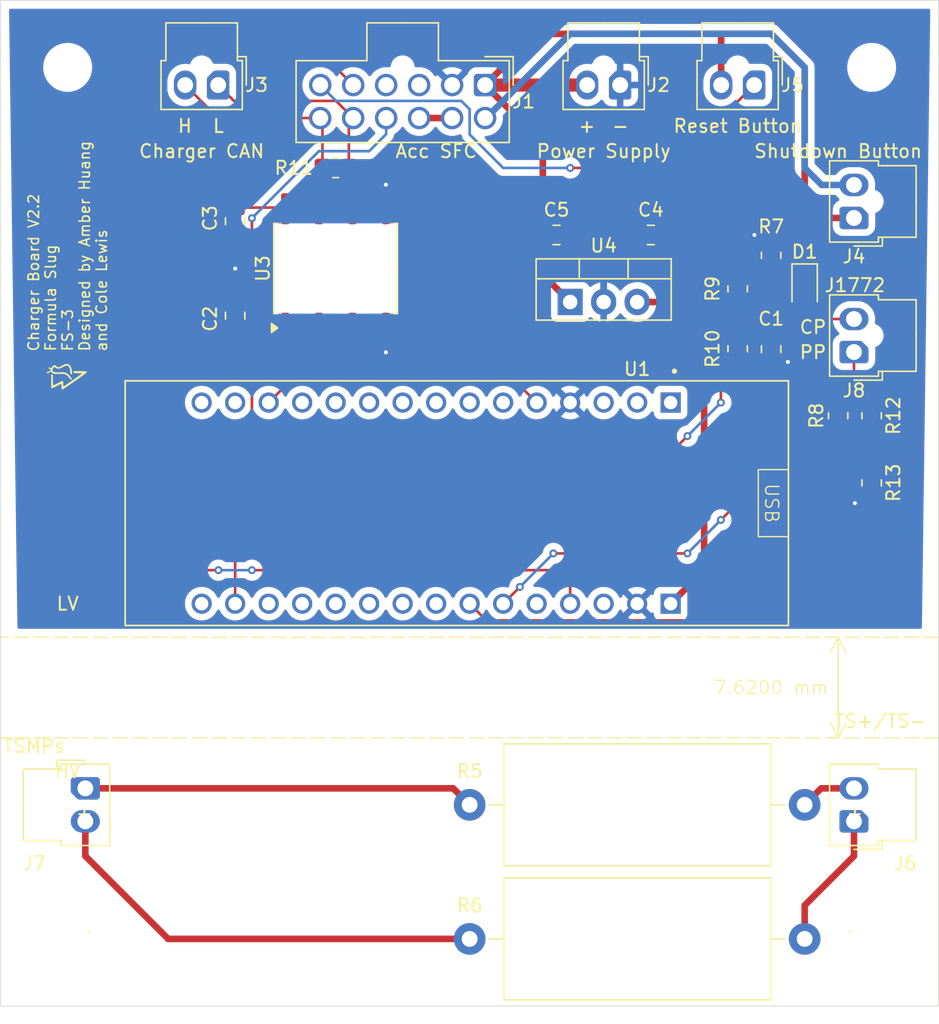
<source format=kicad_pcb>
(kicad_pcb (version 20240108) (generator "pcbnew") (generator_version "8.0")
  (title_block (title "Charger Board") (date "2025-05-02") (rev "2.2") (company "Formula Slug"))
  (layers (0 "F.Cu" signal) (31 "B.Cu" signal) (34 "B.Paste" user) (35 "F.Paste" user) (36 "B.SilkS" user "B.Silkscreen") (37 "F.SilkS" user "F.Silkscreen") (38 "B.Mask" user) (39 "F.Mask" user) (44 "Edge.Cuts" user))
  (net 0 "")
  (net 1 "/Shutdown_Reset")
  (net 2 "GND")
  (net 3 "+12V")
  (net 4 "/IRs_Final")
  (net 5 "/CAN_L")
  (net 6 "/Shutdown_Acc_In")
  (net 7 "/CAN_H")
  (net 8 "Net-(J6-Pin_1)")
  (net 9 "Net-(J6-Pin_2)")
  (net 10 "Net-(J7-Pin_1)")
  (net 11 "Net-(J7-Pin_2)")
  (net 12 "/Control_Pilot_Filtered")
  (net 13 "+3V3")
  (net 14 "+5V")
  (net 15 "+9V")
  (net 16 "/Control_Pilot_Cutoff")
  (net 17 "/Control Pilot")
  (net 18 "/Proximity Pilot")
  (net 19 "/Proximity_Pilot_Filtered")
  (net 29 "/CAN_TX")
  (net 35 "/CAN_RX")
  (footprint "FS_3_Global_Footprint_Library:FORMULA SLUG" (layer "F.Cu") (at 106.68 81.24242 90)
    (property "Reference" "G***" (hide yes))
    (property "Value" "LOGO" (hide yes))
  )
  (footprint "Connector_Molex:Molex_Nano-Fit_105309-xx02_1x02_P2.50mm_Vertical" (layer "F.Cu") (at 166.3 118.09 180)
    (property "Reference" "J6" (at -3.88 -3.195 0) (layer "F.SilkS"))
    (property "Value" "TS+/TS-" (at -1.975 7.6 0) (layer "F.SilkS"))
    (pad "" np_thru_hole circle (at -1.34 1.25 180) (size 1.3 1.3) (drill 1.3) (layers "*.Cu" "*.Mask"))
    (pad "1" thru_hole custom (at 0 0 180) (size 1.417157 1.417157) (drill 1.2) (layers "*.Cu" "*.Mask") (net 8 "Net-(J6-Pin_1)") (options (clearance outline) (anchor circle)) (primitives (gr_poly (pts (xy 0.85 0.6) (xy -0.45 0.6) (xy -0.85 0.2) (xy -0.85 -0.6) (xy 0.85 -0.6)) (width 0.5) (fill yes))))
    (pad "2" thru_hole oval (at 0 2.5 180) (size 2.2 1.7) (drill 1.2) (layers "*.Cu" "*.Mask") (net 9 "Net-(J6-Pin_2)"))
  )
  (footprint "Connector_Molex:Molex_Nano-Fit_105310-xx12_2x06_P2.50mm_Vertical" (layer "F.Cu") (at 138.33 62.3 -90)
    (property "Reference" "J1" (at 1.25 -2.92 180) (layer "F.SilkS"))
    (property "Value" "Acc SFC" (at 5.01 3.71 180) (layer "F.SilkS"))
    (pad "" np_thru_hole circle (at -1.34 6.25 270) (size 1.3 1.3) (drill 1.3) (layers "*.Cu" "*.Mask"))
    (pad "1" thru_hole roundrect (at 0 0 270) (size 1.7 1.7) (drill 1.2) (layers "*.Cu" "*.Mask") (roundrect_rratio 0.147059) (net 3 "+12V"))
    (pad "2" thru_hole circle (at 0 2.5 270) (size 1.7 1.7) (drill 1.2) (layers "*.Cu" "*.Mask") (net 2 "GND"))
    (pad "3" thru_hole circle (at 0 5 270) (size 1.7 1.7) (drill 1.2) (layers "*.Cu" "*.Mask"))
    (pad "4" thru_hole circle (at 0 7.5 270) (size 1.7 1.7) (drill 1.2) (layers "*.Cu" "*.Mask"))
    (pad "5" thru_hole circle (at 0 10 270) (size 1.7 1.7) (drill 1.2) (layers "*.Cu" "*.Mask") (net 14 "+5V"))
    (pad "6" thru_hole circle (at 0 12.5 270) (size 1.7 1.7) (drill 1.2) (layers "*.Cu" "*.Mask") (net 1 "/Shutdown_Reset"))
    (pad "7" thru_hole circle (at 2.5 0 270) (size 1.7 1.7) (drill 1.2) (layers "*.Cu" "*.Mask") (net 6 "/Shutdown_Acc_In"))
    (pad "8" thru_hole circle (at 2.5 2.5 270) (size 1.7 1.7) (drill 1.2) (layers "*.Cu" "*.Mask") (net 4 "/IRs_Final"))
    (pad "9" thru_hole circle (at 2.5 5 270) (size 1.7 1.7) (drill 1.2) (layers "*.Cu" "*.Mask") (net 4 "/IRs_Final"))
    (pad "10" thru_hole circle (at 2.5 7.5 270) (size 1.7 1.7) (drill 1.2) (layers "*.Cu" "*.Mask") (net 13 "+3V3"))
    (pad "11" thru_hole circle (at 2.5 10 270) (size 1.7 1.7) (drill 1.2) (layers "*.Cu" "*.Mask") (net 5 "/CAN_L"))
    (pad "12" thru_hole circle (at 2.5 12.5 270) (size 1.7 1.7) (drill 1.2) (layers "*.Cu" "*.Mask") (net 7 "/CAN_H"))
  )
  (footprint "Capacitor_SMD:C_0805_2012Metric_Pad1.18x1.45mm_HandSolder" (layer "F.Cu") (at 160.02 82.3175 -90)
    (property "Reference" "C1" (at -2.3075 0 180) (layer "F.SilkS"))
    (property "Value" "100nF")
    (pad "1" smd roundrect (at -1.0375 0 270) (size 1.175 1.45) (layers "F.Cu" "F.Paste" "F.Mask") (roundrect_rratio 0.212766) (net 12 "/Control_Pilot_Filtered"))
    (pad "2" smd roundrect (at 1.0375 0 270) (size 1.175 1.45) (layers "F.Cu" "F.Paste" "F.Mask") (roundrect_rratio 0.212766) (net 2 "GND"))
  )
  (footprint "Capacitor_SMD:C_0805_2012Metric_Pad1.18x1.45mm_HandSolder" (layer "F.Cu") (at 150.8975 73.66 180)
    (property "Reference" "C4" (at 0 1.905 0) (layer "F.SilkS"))
    (property "Value" "100nF")
    (pad "1" smd roundrect (at -1.0375 0 180) (size 1.175 1.45) (layers "F.Cu" "F.Paste" "F.Mask") (roundrect_rratio 0.212766) (net 15 "+9V"))
    (pad "2" smd roundrect (at 1.0375 0 180) (size 1.175 1.45) (layers "F.Cu" "F.Paste" "F.Mask") (roundrect_rratio 0.212766) (net 2 "GND"))
  )
  (footprint "Resistor_THT:R_Axial_DIN0922_L20.0mm_D9.0mm_P25.40mm_Horizontal" (layer "F.Cu") (at 137.16 116.84)
    (property "Reference" "R5" (at 0 -2.54 0) (layer "F.SilkS"))
    (property "Value" "5k")
    (pad "1" thru_hole circle (at 0 0) (size 2.4 2.4) (drill 1.2) (layers "*.Cu" "*.Mask") (net 10 "Net-(J7-Pin_1)"))
    (pad "2" thru_hole oval (at 25.4 0) (size 2.4 2.4) (drill 1.2) (layers "*.Cu" "*.Mask") (net 9 "Net-(J6-Pin_2)"))
  )
  (footprint "Package_SO:SOP-8_6.62x9.15mm_P2.54mm" (layer "F.Cu") (at 127 76.2 90)
    (property "Reference" "U3" (at 0 -5.52 90) (layer "F.SilkS"))
    (property "Value" "ISO1050DUB")
    (pad "1" smd roundrect (at -4.525 -3.81 90) (size 2.35 0.65) (layers "F.Cu" "F.Paste" "F.Mask") (net 13 "+3V3"))
    (pad "2" smd roundrect (at -4.525 -1.27 90) (size 2.35 0.65) (layers "F.Cu" "F.Paste" "F.Mask") (net 35 "/CAN_RX"))
    (pad "3" smd roundrect (at -4.525 1.27 90) (size 2.35 0.65) (layers "F.Cu" "F.Paste" "F.Mask") (net 29 "/CAN_TX"))
    (pad "4" smd roundrect (at -4.525 3.81 90) (size 2.35 0.65) (layers "F.Cu" "F.Paste" "F.Mask") (net 2 "GND"))
    (pad "5" smd roundrect (at 4.525 3.81 90) (size 2.35 0.65) (layers "F.Cu" "F.Paste" "F.Mask") (net 2 "GND"))
    (pad "6" smd roundrect (at 4.525 1.27 90) (size 2.35 0.65) (layers "F.Cu" "F.Paste" "F.Mask") (net 5 "/CAN_L"))
    (pad "7" smd roundrect (at 4.525 -1.27 90) (size 2.35 0.65) (layers "F.Cu" "F.Paste" "F.Mask") (net 7 "/CAN_H"))
    (pad "8" smd roundrect (at 4.525 -3.81 90) (size 2.35 0.65) (layers "F.Cu" "F.Paste" "F.Mask") (net 14 "+5V"))
  )
  (footprint "Diode_SMD:D_0805_2012Metric_Pad1.15x1.40mm_HandSolder" (layer "F.Cu") (at 162.56 77.715 -90)
    (property "Reference" "D1" (at -2.785 0 180) (layer "F.SilkS"))
    (property "Value" "D")
    (pad "1" smd roundrect (at -1.025 0 270) (size 1.15 1.4) (layers "F.Cu" "F.Paste" "F.Mask") (roundrect_rratio 0.217391) (net 16 "/Control_Pilot_Cutoff"))
    (pad "2" smd roundrect (at 1.025 0 270) (size 1.15 1.4) (layers "F.Cu" "F.Paste" "F.Mask") (roundrect_rratio 0.217391) (net 17 "/Control Pilot"))
  )
  (footprint "MountingHole:MountingHole_3.2mm_M3" (layer "F.Cu") (at 106.68 127)
    (property "Reference" "REF**" (hide yes))
    (property "Value" "MountingHole_3.2mm_M3" (hide yes))
    (pad "" np_thru_hole circle (at 0 0) (size 3.2 3.2) (drill 3.2) (layers "F&B.Cu" "*.Mask"))
  )
  (footprint "Package_TO_SOT_THT:TO-220-3_Vertical" (layer "F.Cu") (at 144.78 78.74)
    (property "Reference" "U4" (at 2.54 -4.27 0) (layer "F.SilkS"))
    (property "Value" "LM7809_TO220")
    (pad "1" thru_hole rect (at 0 0) (size 1.905 2) (drill 1.1) (layers "*.Cu" "*.Mask") (net 3 "+12V"))
    (pad "2" thru_hole oval (at 2.54 0) (size 1.905 2) (drill 1.1) (layers "*.Cu" "*.Mask") (net 2 "GND"))
    (pad "3" thru_hole oval (at 5.08 0) (size 1.905 2) (drill 1.1) (layers "*.Cu" "*.Mask") (net 15 "+9V"))
  )
  (footprint "Connector_Molex:Molex_Nano-Fit_105309-xx02_1x02_P2.50mm_Vertical" (layer "F.Cu") (at 166.3 72.37 180)
    (property "Reference" "J4" (at 0 -2.92 0) (layer "F.SilkS"))
    (property "Value" "Shutdown Button" (at 1.2 5.06 0) (layer "F.SilkS"))
    (pad "" np_thru_hole circle (at -1.34 1.25 180) (size 1.3 1.3) (drill 1.3) (layers "*.Cu" "*.Mask"))
    (pad "1" thru_hole custom (at 0 0 180) (size 1.417157 1.417157) (drill 1.2) (layers "*.Cu" "*.Mask") (net 3 "+12V") (options (clearance outline) (anchor circle)) (primitives (gr_poly (pts (xy 0.85 0.6) (xy -0.45 0.6) (xy -0.85 0.2) (xy -0.85 -0.6) (xy 0.85 -0.6)) (width 0.5) (fill yes))))
    (pad "2" thru_hole oval (at 0 2.5 180) (size 2.2 1.7) (drill 1.2) (layers "*.Cu" "*.Mask") (net 6 "/Shutdown_Acc_In"))
  )
  (footprint "Resistor_SMD:R_0805_2012Metric_Pad1.20x1.40mm_HandSolder" (layer "F.Cu") (at 160.02 75.2 90)
    (property "Reference" "R7" (at 2.175 0 180) (layer "F.SilkS"))
    (property "Value" "866")
    (pad "1" smd roundrect (at -1 0 90) (size 1.2 1.4) (layers "F.Cu" "F.Paste" "F.Mask") (roundrect_rratio 0.208333) (net 16 "/Control_Pilot_Cutoff"))
    (pad "2" smd roundrect (at 1 0 90) (size 1.2 1.4) (layers "F.Cu" "F.Paste" "F.Mask") (roundrect_rratio 0.208333) (net 2 "GND"))
  )
  (footprint "Resistor_THT:R_Axial_DIN0922_L20.0mm_D9.0mm_P25.40mm_Horizontal" (layer "F.Cu") (at 137.16 127)
    (property "Reference" "R6" (at 0 -2.54 0) (layer "F.SilkS"))
    (property "Value" "5k")
    (pad "1" thru_hole circle (at 0 0) (size 2.4 2.4) (drill 1.2) (layers "*.Cu" "*.Mask") (net 11 "Net-(J7-Pin_2)"))
    (pad "2" thru_hole oval (at 25.4 0) (size 2.4 2.4) (drill 1.2) (layers "*.Cu" "*.Mask") (net 8 "Net-(J6-Pin_1)"))
  )
  (footprint "Capacitor_SMD:C_0805_2012Metric_Pad1.18x1.45mm_HandSolder" (layer "F.Cu") (at 143.7425 73.66)
    (property "Reference" "C5" (at 0 -1.905 0) (layer "F.SilkS"))
    (property "Value" "100nF")
    (pad "1" smd roundrect (at -1.0375 0) (size 1.175 1.45) (layers "F.Cu" "F.Paste" "F.Mask") (roundrect_rratio 0.212766) (net 3 "+12V"))
    (pad "2" smd roundrect (at 1.0375 0) (size 1.175 1.45) (layers "F.Cu" "F.Paste" "F.Mask") (roundrect_rratio 0.212766) (net 2 "GND"))
  )
  (footprint "Resistor_SMD:R_0805_2012Metric_Pad1.20x1.40mm_HandSolder" (layer "F.Cu") (at 157.48 77.74 -90)
    (property "Reference" "R9" (at 0 1.905 90) (layer "F.SilkS"))
    (property "Value" "330k")
    (pad "1" smd roundrect (at -1 0 270) (size 1.2 1.4) (layers "F.Cu" "F.Paste" "F.Mask") (roundrect_rratio 0.208333) (net 16 "/Control_Pilot_Cutoff"))
    (pad "2" smd roundrect (at 1 0 270) (size 1.2 1.4) (layers "F.Cu" "F.Paste" "F.Mask") (roundrect_rratio 0.208333) (net 12 "/Control_Pilot_Filtered"))
  )
  (footprint "Capacitor_SMD:C_0805_2012Metric_Pad1.18x1.45mm_HandSolder" (layer "F.Cu") (at 119.38 72.6225 90)
    (property "Reference" "C3" (at 0.2325 -1.905 90) (layer "F.SilkS"))
    (property "Value" "100nF")
    (pad "1" smd roundrect (at -1.0375 0 90) (size 1.175 1.45) (layers "F.Cu" "F.Paste" "F.Mask") (roundrect_rratio 0.212766) (net 2 "GND"))
    (pad "2" smd roundrect (at 1.0375 0 90) (size 1.175 1.45) (layers "F.Cu" "F.Paste" "F.Mask") (roundrect_rratio 0.212766) (net 14 "+5V"))
  )
  (footprint "Resistor_SMD:R_0805_2012Metric_Pad1.20x1.40mm_HandSolder" (layer "F.Cu") (at 127 68.58)
    (property "Reference" "R11" (at -3.175 0 0) (layer "F.SilkS"))
    (property "Value" "120")
    (pad "1" smd roundrect (at -1 0) (size 1.2 1.4) (layers "F.Cu" "F.Paste" "F.Mask") (roundrect_rratio 0.208333) (net 7 "/CAN_H"))
    (pad "2" smd roundrect (at 1 0) (size 1.2 1.4) (layers "F.Cu" "F.Paste" "F.Mask") (roundrect_rratio 0.208333) (net 5 "/CAN_L"))
  )
  (footprint "MountingHole:MountingHole_3.2mm_M3" (layer "F.Cu") (at 167.64 60.96)
    (property "Reference" "REF**" (hide yes))
    (property "Value" "MountingHole_3.2mm_M3" (hide yes))
    (pad "" np_thru_hole circle (at 0 0) (size 3.2 3.2) (drill 3.2) (layers "*.Cu" "*.Mask"))
  )
  (footprint "Resistor_SMD:R_0805_2012Metric_Pad1.20x1.40mm_HandSolder" (layer "F.Cu") (at 167.64 87.36 -90)
    (property "Reference" "R12" (at 0 -1.65 90) (layer "F.SilkS"))
    (property "Value" "200k")
    (pad "1" smd roundrect (at -1 0 270) (size 1.2 1.4) (layers "F.Cu" "F.Paste" "F.Mask") (roundrect_rratio 0.208333) (net 18 "/Proximity Pilot"))
    (pad "2" smd roundrect (at 1 0 270) (size 1.2 1.4) (layers "F.Cu" "F.Paste" "F.Mask") (roundrect_rratio 0.208333) (net 19 "/Proximity_Pilot_Filtered"))
  )
  (footprint "MountingHole:MountingHole_3.2mm_M3" (layer "F.Cu") (at 167.64 127)
    (property "Reference" "REF**" (hide yes))
    (property "Value" "MountingHole_3.2mm_M3" (hide yes))
    (pad "" np_thru_hole circle (at 0 0) (size 3.2 3.2) (drill 3.2) (layers "F&B.Cu" "*.Mask"))
  )
  (footprint "Resistor_SMD:R_0805_2012Metric_Pad1.20x1.40mm_HandSolder" (layer "F.Cu") (at 157.48 82.28 -90)
    (property "Reference" "R10" (at 0 1.905 90) (layer "F.SilkS"))
    (property "Value" "499k")
    (pad "1" smd roundrect (at -1 0 270) (size 1.2 1.4) (layers "F.Cu" "F.Paste" "F.Mask") (roundrect_rratio 0.208333) (net 12 "/Control_Pilot_Filtered"))
    (pad "2" smd roundrect (at 1 0 270) (size 1.2 1.4) (layers "F.Cu" "F.Paste" "F.Mask") (roundrect_rratio 0.208333) (net 2 "GND"))
  )
  (footprint "FS_3_Global_Footprint_Library:NUCLEO-L432KC" (layer "F.Cu") (at 136.185 93.98 -90)
    (property "Reference" "U1" (at -10.16 -13.675 180) (layer "F.SilkS"))
    (property "Value" "NUCLEO-L432KC" (hide yes))
    (fp_text user "USB" (at 0 -23.876 -90) (layer "F.SilkS") (effects (font (thickness 0.1))))
    (pad "CN3_1" thru_hole rect (at -7.62 -16.215 270) (size 1.53 1.53) (drill 1.02) (layers "*.Cu" "*.Mask"))
    (pad "CN3_2" thru_hole circle (at -7.62 -13.675 270) (size 1.53 1.53) (drill 1.02) (layers "*.Cu" "*.Mask"))
    (pad "CN3_3" thru_hole circle (at -7.62 -11.135 270) (size 1.53 1.53) (drill 1.02) (layers "*.Cu" "*.Mask"))
    (pad "CN3_4" thru_hole circle (at -7.62 -8.595 270) (size 1.53 1.53) (drill 1.02) (layers "*.Cu" "*.Mask") (net 2 "GND"))
    (pad "CN3_5" thru_hole circle (at -7.62 -6.055 270) (size 1.53 1.53) (drill 1.02) (layers "*.Cu" "*.Mask") (net 29 "/CAN_TX"))
    (pad "CN3_6" thru_hole circle (at -7.62 -3.515 270) (size 1.53 1.53) (drill 1.02) (layers "*.Cu" "*.Mask"))
    (pad "CN3_7" thru_hole circle (at -7.62 -0.975 270) (size 1.53 1.53) (drill 1.02) (layers "*.Cu" "*.Mask"))
    (pad "CN3_8" thru_hole circle (at -7.62 1.565 270) (size 1.53 1.53) (drill 1.02) (layers "*.Cu" "*.Mask"))
    (pad "CN3_9" thru_hole circle (at -7.62 4.105 270) (size 1.53 1.53) (drill 1.02) (layers "*.Cu" "*.Mask"))
    (pad "CN3_10" thru_hole circle (at -7.62 6.645 270) (size 1.53 1.53) (drill 1.02) (layers "*.Cu" "*.Mask"))
    (pad "CN3_11" thru_hole circle (at -7.62 9.185 270) (size 1.53 1.53) (drill 1.02) (layers "*.Cu" "*.Mask"))
    (pad "CN3_12" thru_hole circle (at -7.62 11.725 270) (size 1.53 1.53) (drill 1.02) (layers "*.Cu" "*.Mask"))
    (pad "CN3_13" thru_hole circle (at -7.62 14.265 270) (size 1.53 1.53) (drill 1.02) (layers "*.Cu" "*.Mask") (net 35 "/CAN_RX"))
    (pad "CN3_14" thru_hole circle (at -7.62 16.805 270) (size 1.53 1.53) (drill 1.02) (layers "*.Cu" "*.Mask"))
    (pad "CN3_15" thru_hole circle (at -7.62 19.345 270) (size 1.53 1.53) (drill 1.02) (layers "*.Cu" "*.Mask"))
    (pad "CN4_1" thru_hole rect (at 7.62 -16.215 270) (size 1.53 1.53) (drill 1.02) (layers "*.Cu" "*.Mask") (net 15 "+9V"))
    (pad "CN4_2" thru_hole circle (at 7.62 -13.675 270) (size 1.53 1.53) (drill 1.02) (layers "*.Cu" "*.Mask") (net 2 "GND"))
    (pad "CN4_3" thru_hole circle (at 7.62 -11.135 270) (size 1.53 1.53) (drill 1.02) (layers "*.Cu" "*.Mask"))
    (pad "CN4_4" thru_hole circle (at 7.62 -8.595 270) (size 1.53 1.53) (drill 1.02) (layers "*.Cu" "*.Mask") (net 14 "+5V"))
    (pad "CN4_5" thru_hole circle (at 7.62 -6.055 270) (size 1.53 1.53) (drill 1.02) (layers "*.Cu" "*.Mask"))
    (pad "CN4_6" thru_hole circle (at 7.62 -3.515 270) (size 1.53 1.53) (drill 1.02) (layers "*.Cu" "*.Mask") (net 12 "/Control_Pilot_Filtered"))
    (pad "CN4_7" thru_hole circle (at 7.62 -0.975 270) (size 1.53 1.53) (drill 1.02) (layers "*.Cu" "*.Mask") (net 19 "/Proximity_Pilot_Filtered"))
    (pad "CN4_8" thru_hole circle (at 7.62 1.565 270) (size 1.53 1.53) (drill 1.02) (layers "*.Cu" "*.Mask"))
    (pad "CN4_9" thru_hole circle (at 7.62 4.105 270) (size 1.53 1.53) (drill 1.02) (layers "*.Cu" "*.Mask"))
    (pad "CN4_10" thru_hole circle (at 7.62 6.645 270) (size 1.53 1.53) (drill 1.02) (layers "*.Cu" "*.Mask"))
    (pad "CN4_11" thru_hole circle (at 7.62 9.185 270) (size 1.53 1.53) (drill 1.02) (layers "*.Cu" "*.Mask"))
    (pad "CN4_12" thru_hole circle (at 7.62 11.725 270) (size 1.53 1.53) (drill 1.02) (layers "*.Cu" "*.Mask"))
    (pad "CN4_13" thru_hole circle (at 7.62 14.265 270) (size 1.53 1.53) (drill 1.02) (layers "*.Cu" "*.Mask"))
    (pad "CN4_14" thru_hole circle (at 7.62 16.805 270) (size 1.53 1.53) (drill 1.02) (layers "*.Cu" "*.Mask") (net 13 "+3V3"))
    (pad "CN4_15" thru_hole circle (at 7.62 19.345 270) (size 1.53 1.53) (drill 1.02) (layers "*.Cu" "*.Mask"))
  )
  (footprint "Resistor_SMD:R_0805_2012Metric_Pad1.20x1.40mm_HandSolder" (layer "F.Cu") (at 167.64 92.44 -90)
    (property "Reference" "R13" (at 0 -1.65 90) (layer "F.SilkS"))
    (property "Value" "330k")
    (pad "1" smd roundrect (at -1 0 270) (size 1.2 1.4) (layers "F.Cu" "F.Paste" "F.Mask") (roundrect_rratio 0.208333) (net 19 "/Proximity_Pilot_Filtered"))
    (pad "2" smd roundrect (at 1 0 270) (size 1.2 1.4) (layers "F.Cu" "F.Paste" "F.Mask") (roundrect_rratio 0.208333) (net 2 "GND"))
  )
  (footprint "Connector_Molex:Molex_Nano-Fit_105309-xx02_1x02_P2.50mm_Vertical" (layer "F.Cu") (at 158.73 62.3 -90)
    (property "Reference" "J5" (at 0 -2.92 180) (layer "F.SilkS"))
    (property "Value" "Reset Button" (at 3.105 1.25 180) (layer "F.SilkS"))
    (pad "" np_thru_hole circle (at -1.34 1.25 270) (size 1.3 1.3) (drill 1.3) (layers "*.Cu" "*.Mask"))
    (pad "1" thru_hole custom (at 0 0 270) (size 1.417157 1.417157) (drill 1.2) (layers "*.Cu" "*.Mask") (net 1 "/Shutdown_Reset") (options (clearance outline) (anchor circle)) (primitives (gr_poly (pts (xy 0.85 0.6) (xy -0.45 0.6) (xy -0.85 0.2) (xy -0.85 -0.6) (xy 0.85 -0.6)) (width 0.5) (fill yes))))
    (pad "2" thru_hole oval (at 0 2.5 270) (size 2.2 1.7) (drill 1.2) (layers "*.Cu" "*.Mask") (net 3 "+12V"))
  )
  (footprint "Connector_Molex:Molex_Nano-Fit_105309-xx02_1x02_P2.50mm_Vertical" (layer "F.Cu") (at 148.57 62.3 -90)
    (property "Reference" "J2" (at 0 -2.92 180) (layer "F.SilkS"))
    (property "Value" "Power Supply" (at 5.01 1.25 180) (layer "F.SilkS"))
    (pad "" np_thru_hole circle (at -1.34 1.25 270) (size 1.3 1.3) (drill 1.3) (layers "*.Cu" "*.Mask"))
    (pad "1" thru_hole custom (at 0 0 270) (size 1.417157 1.417157) (drill 1.2) (layers "*.Cu" "*.Mask") (net 2 "GND") (options (clearance outline) (anchor circle)) (primitives (gr_poly (pts (xy 0.85 0.6) (xy -0.45 0.6) (xy -0.85 0.2) (xy -0.85 -0.6) (xy 0.85 -0.6)) (width 0.5) (fill yes))))
    (pad "2" thru_hole oval (at 0 2.5 270) (size 2.2 1.7) (drill 1.2) (layers "*.Cu" "*.Mask") (net 3 "+12V"))
  )
  (footprint "Capacitor_SMD:C_0805_2012Metric_Pad1.18x1.45mm_HandSolder" (layer "F.Cu") (at 119.38 79.7775 -90)
    (property "Reference" "C2" (at 0.2325 1.905 90) (layer "F.SilkS"))
    (property "Value" "100nF")
    (pad "1" smd roundrect (at -1.0375 0 270) (size 1.175 1.45) (layers "F.Cu" "F.Paste" "F.Mask") (roundrect_rratio 0.212766) (net 2 "GND"))
    (pad "2" smd roundrect (at 1.0375 0 270) (size 1.175 1.45) (layers "F.Cu" "F.Paste" "F.Mask") (roundrect_rratio 0.212766) (net 13 "+3V3"))
  )
  (footprint "Connector_Molex:Molex_Nano-Fit_105309-xx02_1x02_P2.50mm_Vertical" (layer "F.Cu") (at 166.3 82.53 180)
    (property "Reference" "J8" (at 0 -2.92 0) (layer "F.SilkS"))
    (property "Value" "J1772" (at -0.07 5.06 0) (layer "F.SilkS"))
    (pad "" np_thru_hole circle (at -1.34 1.25 180) (size 1.3 1.3) (drill 1.3) (layers "*.Cu" "*.Mask"))
    (pad "1" thru_hole custom (at 0 0 180) (size 1.417157 1.417157) (drill 1.2) (layers "*.Cu" "*.Mask") (net 18 "/Proximity Pilot") (options (clearance outline) (anchor circle)) (primitives (gr_poly (pts (xy 0.85 0.6) (xy -0.45 0.6) (xy -0.85 0.2) (xy -0.85 -0.6) (xy 0.85 -0.6)) (width 0.5) (fill yes))))
    (pad "2" thru_hole oval (at 0 2.5 180) (size 2.2 1.7) (drill 1.2) (layers "*.Cu" "*.Mask") (net 17 "/Control Pilot"))
  )
  (footprint "Resistor_SMD:R_0805_2012Metric_Pad1.20x1.40mm_HandSolder" (layer "F.Cu") (at 165.1 87.36 90)
    (property "Reference" "R8" (at 0 -1.65 90) (layer "F.SilkS"))
    (property "Value" "330")
    (pad "1" smd roundrect (at -1 0 90) (size 1.2 1.4) (layers "F.Cu" "F.Paste" "F.Mask") (roundrect_rratio 0.208333) (net 14 "+5V"))
    (pad "2" smd roundrect (at 1 0 90) (size 1.2 1.4) (layers "F.Cu" "F.Paste" "F.Mask") (roundrect_rratio 0.208333) (net 18 "/Proximity Pilot"))
  )
  (footprint "Connector_Molex:Molex_Nano-Fit_105309-xx02_1x02_P2.50mm_Vertical" (layer "F.Cu") (at 118.09 62.3 -90)
    (property "Reference" "J3" (at 0 -2.92 180) (layer "F.SilkS"))
    (property "Value" "Charger CAN" (at 5.01 1.25 180) (layer "F.SilkS"))
    (pad "" np_thru_hole circle (at -1.34 1.25 270) (size 1.3 1.3) (drill 1.3) (layers "*.Cu" "*.Mask"))
    (pad "1" thru_hole custom (at 0 0 270) (size 1.417157 1.417157) (drill 1.2) (layers "*.Cu" "*.Mask") (net 5 "/CAN_L") (options (clearance outline) (anchor circle)) (primitives (gr_poly (pts (xy 0.85 0.6) (xy -0.45 0.6) (xy -0.85 0.2) (xy -0.85 -0.6) (xy 0.85 -0.6)) (width 0.5) (fill yes))))
    (pad "2" thru_hole oval (at 0 2.5 270) (size 2.2 1.7) (drill 1.2) (layers "*.Cu" "*.Mask") (net 7 "/CAN_H"))
  )
  (footprint "MountingHole:MountingHole_3.2mm_M3" (layer "F.Cu") (at 106.68 60.96)
    (property "Reference" "REF**" (hide yes))
    (property "Value" "MountingHole_3.2mm_M3" (hide yes))
    (pad "" np_thru_hole circle (at 0 0) (size 3.2 3.2) (drill 3.2) (layers "F&B.Cu" "*.Mask"))
  )
  (footprint "Connector_Molex:Molex_Nano-Fit_105309-xx02_1x02_P2.50mm_Vertical" (layer "F.Cu") (at 108.02 115.59)
    (property "Reference" "J7" (at -3.88 5.695 180) (layer "F.SilkS"))
    (property "Value" "TSMPs" (at -3.88 -3.195 0) (layer "F.SilkS"))
    (pad "" np_thru_hole circle (at -1.34 1.25) (size 1.3 1.3) (drill 1.3) (layers "*.Cu" "*.Mask"))
    (pad "1" thru_hole custom (at 0 0) (size 1.417157 1.417157) (drill 1.2) (layers "*.Cu" "*.Mask") (net 10 "Net-(J7-Pin_1)") (options (clearance outline) (anchor circle)) (primitives (gr_poly (pts (xy 0.85 0.6) (xy -0.45 0.6) (xy -0.85 0.2) (xy -0.85 -0.6) (xy 0.85 -0.6)) (width 0.5) (fill yes))))
    (pad "2" thru_hole oval (at 0 2.5) (size 2.2 1.7) (drill 1.2) (layers "*.Cu" "*.Mask") (net 11 "Net-(J7-Pin_2)"))
  )
  (gr_line (start 172.72 111.76) (end 101.6 111.76) (stroke (width 0.1) (type dash)) (layer "F.SilkS"))
  (gr_line (start 172.72 104.14) (end 101.6 104.14) (stroke (width 0.1) (type dash)) (layer "F.SilkS"))
  (gr_rect (start 101.6 55.88) (end 172.72 132.08) (stroke (width 0.05)) (fill none) (layer "Edge.Cuts"))
  (gr_text "PP" (at 163.195 82.55 0) (layer "F.SilkS") (effects (font (size 1 1))))
  (gr_text "+" (at 166.37 117.475 0) (layer "F.SilkS") (effects (font (size 1 1))))
  (gr_text "LV" (at 106.68 101.6 0) (layer "F.SilkS") (effects (font (size 1 1))))
  (gr_text "+" (at 107.95 117.475 0) (layer "F.SilkS") (effects (font (size 1 1))))
  (gr_text "-" (at 148.59 65.405 0) (layer "F.SilkS") (effects (font (size 1 1))))
  (gr_text "HV" (at 106.68 114.3 0) (layer "F.SilkS") (effects (font (size 1 1))))
  (gr_text "L" (at 118.11 65.405 0) (layer "F.SilkS") (effects (font (size 1 1))))
  (gr_text "-" (at 107.95 126.365 0) (layer "F.SilkS") (effects (font (size 1 1))))
  (gr_text "CP" (at 163.195 80.645 0) (layer "F.SilkS") (effects (font (size 1 1))))
  (gr_text "H" (at 115.57 65.405 0) (layer "F.SilkS") (effects (font (size 1 1))))
  (gr_text "+" (at 146.05 65.405 0) (layer "F.SilkS") (effects (font (size 1 1))))
  (gr_text "-" (at 166.37 126.365 0) (layer "F.SilkS") (effects (font (size 1 1))))
  (gr_text "${TITLE} V${REVISION}\n${COMPANY}\nFS-3\nDesigned by Amber Huang\nand Cole Lewis" (at 106.68 82.55 90) (layer "F.SilkS") (effects (font (size 0.8 0.8) (thickness 0.12)) (justify left)))
  (dimension (type aligned) (layer "F.SilkS") (pts (xy 165.1 111.76) (xy 165.1 104.14)) (height 0) (gr_text "7.6200 mm" (at 160.02 107.95 0) (layer "F.SilkS") (effects (font (size 1 1) (thickness 0.1)))) (format (prefix "") (suffix "") (units 3) (units_format 1) (precision 4)) (style (thickness 0.1) (arrow_length 1.27) (text_position_mode 2) (extension_height 0.58642) (extension_offset 0.5)))
  (segment (start 158.73 62.3) (end 152.45 68.58) (width 0.2) (layer "F.Cu") (net 1))
  (segment (start 152.45 68.58) (end 144.78 68.58) (width 0.2) (layer "F.Cu") (net 1))
  (via (at 144.78 68.58) (size 0.6) (drill 0.3) (layers "F.Cu" "B.Cu") (net 1))
  (segment (start 127.03 63.5) (end 136.525 63.5) (width 0.2) (layer "B.Cu") (net 1))
  (segment (start 125.83 62.3) (end 127.03 63.5) (width 0.2) (layer "B.Cu") (net 1))
  (segment (start 139.7 68.58) (end 144.78 68.58) (width 0.2) (layer "B.Cu") (net 1))
  (segment (start 137.16 66.04) (end 139.7 68.58) (width 0.2) (layer "B.Cu") (net 1))
  (segment (start 136.525 63.5) (end 137.16 64.135) (width 0.2) (layer "B.Cu") (net 1))
  (segment (start 137.16 64.135) (end 137.16 66.04) (width 0.2) (layer "B.Cu") (net 1))
  (segment (start 144.78 73.66) (end 147.32 73.66) (width 0.5) (layer "F.Cu") (net 2))
  (segment (start 147.32 78.74) (end 147.32 73.66) (width 0.5) (layer "F.Cu") (net 2))
  (segment (start 130.81 69.85) (end 130.81 71.675) (width 0.2) (layer "F.Cu") (net 2))
  (segment (start 166.91 93.44) (end 166.37 93.98) (width 0.2) (layer "F.Cu") (net 2))
  (segment (start 158.75 73.66) (end 159.29 74.2) (width 0.2) (layer "F.Cu") (net 2))
  (segment (start 167.64 93.44) (end 166.91 93.44) (width 0.2) (layer "F.Cu") (net 2))
  (segment (start 130.81 82.55) (end 130.81 80.725) (width 0.2) (layer "F.Cu") (net 2))
  (segment (start 119.38 73.66) (end 119.38 78.74) (width 0.2) (layer "F.Cu") (net 2))
  (segment (start 159.29 74.2) (end 160.02 74.2) (width 0.2) (layer "F.Cu") (net 2))
  (segment (start 161.29 83.28) (end 157.48 83.28) (width 0.2) (layer "F.Cu") (net 2))
  (segment (start 147.32 73.66) (end 149.86 73.66) (width 0.5) (layer "F.Cu") (net 2))
  (via (at 161.29 83.28) (size 0.6) (drill 0.3) (layers "F.Cu" "B.Cu") (net 2))
  (via (at 130.81 82.55) (size 0.6) (drill 0.3) (layers "F.Cu" "B.Cu") (net 2))
  (via (at 130.81 69.85) (size 0.6) (drill 0.3) (layers "F.Cu" "B.Cu") (net 2))
  (via (at 166.37 93.98) (size 0.6) (drill 0.3) (layers "F.Cu" "B.Cu") (net 2))
  (via (at 119.38 76.2) (size 0.6) (drill 0.3) (layers "F.Cu" "B.Cu") (net 2))
  (via (at 158.75 73.66) (size 0.6) (drill 0.3) (layers "F.Cu" "B.Cu") (net 2))
  (segment (start 142.705 73.66) (end 142.705 76.665) (width 0.5) (layer "F.Cu") (net 3))
  (segment (start 160.02 58.42) (end 162.56 60.96) (width 0.5) (layer "F.Cu") (net 3))
  (segment (start 142.705 66.675) (end 142.705 73.66) (width 0.5) (layer "F.Cu") (net 3))
  (segment (start 142.21 58.42) (end 160.02 58.42) (width 0.5) (layer "F.Cu") (net 3))
  (segment (start 142.705 76.665) (end 144.78 78.74) (width 0.5) (layer "F.Cu") (net 3))
  (segment (start 142.24 62.3) (end 138.33 62.3) (width 1) (layer "F.Cu") (net 3))
  (segment (start 142.24 62.3) (end 146.07 62.3) (width 1) (layer "F.Cu") (net 3))
  (segment (start 138.33 62.3) (end 142.21 58.42) (width 0.5) (layer "F.Cu") (net 3))
  (segment (start 138.33 62.3) (end 142.705 66.675) (width 0.5) (layer "F.Cu") (net 3))
  (segment (start 162.56 60.96) (end 162.56 71.145) (width 0.5) (layer "F.Cu") (net 3))
  (segment (start 156.23 58.42) (end 156.23 62.3) (width 0.5) (layer "F.Cu") (net 3))
  (segment (start 162.56 71.145) (end 163.785 72.37) (width 0.5) (layer "F.Cu") (net 3))
  (segment (start 163.785 72.37) (end 166.3 72.37) (width 0.5) (layer "F.Cu") (net 3))
  (segment (start 143.53 62.3) (end 138.33 62.3) (width 0.5) (layer "F.Cu") (net 3))
  (segment (start 143.53 62.3) (end 142.24 62.3) (width 1) (layer "F.Cu") (net 3))
  (segment (start 133.33 64.8) (end 135.83 64.8) (width 0.5) (layer "F.Cu") (net 4))
  (segment (start 127.03 63.5) (end 128.33 64.8) (width 0.2) (layer "F.Cu") (net 5))
  (segment (start 128 68.58) (end 128 65.13) (width 0.2) (layer "F.Cu") (net 5))
  (segment (start 118.09 62.3) (end 119.29 63.5) (width 0.2) (layer "F.Cu") (net 5))
  (segment (start 119.29 63.5) (end 127.03 63.5) (width 0.2) (layer "F.Cu") (net 5))
  (segment (start 128.27 71.675) (end 128.27 68.85) (width 0.2) (layer "F.Cu") (net 5))
  (segment (start 162.56 68.58) (end 163.85 69.87) (width 0.5) (layer "B.Cu") (net 6))
  (segment (start 160.02 58.42) (end 162.56 60.96) (width 0.5) (layer "B.Cu") (net 6))
  (segment (start 162.56 60.96) (end 162.56 68.58) (width 0.5) (layer "B.Cu") (net 6))
  (segment (start 163.85 69.87) (end 166.3 69.87) (width 0.5) (layer "B.Cu") (net 6))
  (segment (start 138.4 64.8) (end 144.78 58.42) (width 0.5) (layer "B.Cu") (net 6))
  (segment (start 144.78 58.42) (end 160.02 58.42) (width 0.5) (layer "B.Cu") (net 6))
  (segment (start 126 68.58) (end 126 64.97) (width 0.2) (layer "F.Cu") (net 7))
  (segment (start 115.59 62.3) (end 118.09 64.8) (width 0.2) (layer "F.Cu") (net 7))
  (segment (start 125.73 71.675) (end 125.73 68.85) (width 0.2) (layer "F.Cu") (net 7))
  (segment (start 118.09 64.8) (end 125.83 64.8) (width 0.2) (layer "F.Cu") (net 7))
  (segment (start 162.56 124.46) (end 162.56 127) (width 0.5) (layer "F.Cu") (net 8))
  (segment (start 166.3 118.09) (end 166.3 120.72) (width 0.5) (layer "F.Cu") (net 8))
  (segment (start 166.3 120.72) (end 162.56 124.46) (width 0.5) (layer "F.Cu") (net 8))
  (segment (start 163.81 115.59) (end 166.3 115.59) (width 0.5) (layer "F.Cu") (net 9))
  (segment (start 162.56 116.84) (end 163.81 115.59) (width 0.5) (layer "F.Cu") (net 9))
  (segment (start 135.91 115.59) (end 137.16 116.84) (width 0.5) (layer "F.Cu") (net 10))
  (segment (start 108.02 115.59) (end 135.91 115.59) (width 0.5) (layer "F.Cu") (net 10))
  (segment (start 108.02 118.09) (end 108.02 120.72) (width 0.5) (layer "F.Cu") (net 11))
  (segment (start 137.16 127) (end 114.3 127) (width 0.5) (layer "F.Cu") (net 11))
  (segment (start 108.02 120.72) (end 114.3 127) (width 0.5) (layer "F.Cu") (net 11))
  (segment (start 156.21 82.55) (end 157.48 81.28) (width 0.2) (layer "F.Cu") (net 12))
  (segment (start 144.78 97.79) (end 153.67 88.9) (width 0.2) (layer "F.Cu") (net 12))
  (segment (start 160.02 81.28) (end 157.48 81.28) (width 0.2) (layer "F.Cu") (net 12))
  (segment (start 143.51 97.79) (end 144.78 97.79) (width 0.2) (layer "F.Cu") (net 12))
  (segment (start 157.48 81.28) (end 157.48 78.74) (width 0.2) (layer "F.Cu") (net 12))
  (segment (start 139.7 101.6) (end 140.97 100.33) (width 0.2) (layer "F.Cu") (net 12))
  (segment (start 156.21 86.36) (end 156.21 82.55) (width 0.2) (layer "F.Cu") (net 12))
  (via (at 143.51 97.79) (size 0.6) (drill 0.3) (layers "F.Cu" "B.Cu") (net 12))
  (via (at 153.67 88.9) (size 0.6) (drill 0.3) (layers "F.Cu" "B.Cu") (net 12))
  (via (at 140.97 100.33) (size 0.6) (drill 0.3) (layers "F.Cu" "B.Cu") (net 12))
  (via (at 156.21 86.36) (size 0.6) (drill 0.3) (layers "F.Cu" "B.Cu") (net 12))
  (segment (start 140.97 100.33) (end 143.51 97.79) (width 0.2) (layer "B.Cu") (net 12))
  (segment (start 156.21 86.36) (end 153.67 88.9) (width 0.2) (layer "B.Cu") (net 12))
  (segment (start 119.38 101.6) (end 119.38 88.9) (width 0.2) (layer "F.Cu") (net 13))
  (segment (start 119.38 80.815) (end 123.1 80.815) (width 0.2) (layer "F.Cu") (net 13))
  (segment (start 120.65 80.815) (end 120.65 72.39) (width 0.2) (layer "F.Cu") (net 13))
  (segment (start 119.38 88.9) (end 120.65 87.63) (width 0.2) (layer "F.Cu") (net 13))
  (segment (start 120.65 87.63) (end 120.65 80.815) (width 0.2) (layer "F.Cu") (net 13))
  (via (at 120.65 72.39) (size 0.6) (drill 0.3) (layers "F.Cu" "B.Cu") (net 13))
  (segment (start 125.73 67.31) (end 129.54 67.31) (width 0.2) (layer "B.Cu") (net 13))
  (segment (start 120.65 72.39) (end 125.73 67.31) (width 0.2) (layer "B.Cu") (net 13))
  (segment (start 130.83 66.02) (end 130.83 64.8) (width 0.2) (layer "B.Cu") (net 13))
  (segment (start 129.54 67.31) (end 130.83 66.02) (width 0.2) (layer "B.Cu") (net 13))
  (segment (start 125.73 59.69) (end 115.57 59.69) (width 0.2) (layer "F.Cu") (net 14))
  (segment (start 163.1 88.36) (end 165.1 88.36) (width 0.2) (layer "F.Cu") (net 14))
  (segment (start 153.67 97.79) (end 146.05 97.79) (width 0.2) (layer "F.Cu") (net 14))
  (segment (start 115.57 59.69) (end 113.03 62.23) (width 0.2) (layer "F.Cu") (net 14))
  (segment (start 116.84 99.06) (end 118.11 99.06) (width 0.2) (layer "F.Cu") (net 14))
  (segment (start 146.05 97.79) (end 144.78 99.06) (width 0.2) (layer "F.Cu") (net 14))
  (segment (start 120.65 99.06) (end 144.78 99.06) (width 0.2) (layer "F.Cu") (net 14))
  (segment (start 144.78 99.06) (end 144.78 101.6) (width 0.2) (layer "F.Cu") (net 14))
  (segment (start 113.03 62.23) (end 113.03 95.25) (width 0.2) (layer "F.Cu") (net 14))
  (segment (start 113.03 71.585) (end 119.38 71.585) (width 0.2) (layer "F.Cu") (net 14))
  (segment (start 127 60.97) (end 127 60.96) (width 0.2) (layer "F.Cu") (net 14))
  (segment (start 128.33 62.3) (end 127 60.97) (width 0.2) (layer "F.Cu") (net 14))
  (segment (start 156.21 95.25) (end 163.1 88.36) (width 0.2) (layer "F.Cu") (net 14))
  (segment (start 119.38 71.585) (end 123.1 71.585) (width 0.2) (layer "F.Cu") (net 14))
  (segment (start 113.03 95.25) (end 116.84 99.06) (width 0.2) (layer "F.Cu") (net 14))
  (segment (start 127 60.96) (end 125.73 59.69) (width 0.2) (layer "F.Cu") (net 14))
  (via (at 156.21 95.25) (size 0.6) (drill 0.3) (layers "F.Cu" "B.Cu") (net 14))
  (via (at 120.65 99.06) (size 0.6) (drill 0.3) (layers "F.Cu" "B.Cu") (net 14))
  (via (at 118.11 99.06) (size 0.6) (drill 0.3) (layers "F.Cu" "B.Cu") (net 14))
  (via (at 153.67 97.79) (size 0.6) (drill 0.3) (layers "F.Cu" "B.Cu") (net 14))
  (segment (start 118.11 99.06) (end 120.65 99.06) (width 0.2) (layer "B.Cu") (net 14))
  (segment (start 156.21 95.25) (end 153.67 97.79) (width 0.2) (layer "B.Cu") (net 14))
  (segment (start 154.94 81.28) (end 152.4 78.74) (width 0.5) (layer "F.Cu") (net 15))
  (segment (start 152.4 78.74) (end 149.86 78.74) (width 0.5) (layer "F.Cu") (net 15))
  (segment (start 151.935 73.66) (end 151.935 78.74) (width 0.5) (layer "F.Cu") (net 15))
  (segment (start 152.4 101.6) (end 154.94 99.06) (width 0.5) (layer "F.Cu") (net 15))
  (segment (start 154.94 99.06) (end 154.94 81.28) (width 0.5) (layer "F.Cu") (net 15))
  (segment (start 158.02 76.2) (end 157.48 76.74) (width 0.2) (layer "F.Cu") (net 16))
  (segment (start 162.07 76.2) (end 158.02 76.2) (width 0.2) (layer "F.Cu") (net 16))
  (segment (start 162.56 76.69) (end 162.07 76.2) (width 0.2) (layer "F.Cu") (net 16))
  (segment (start 163.85 80.03) (end 162.56 78.74) (width 0.2) (layer "F.Cu") (net 17))
  (segment (start 166.3 80.03) (end 163.85 80.03) (width 0.2) (layer "F.Cu") (net 17))
  (segment (start 166.3 85.16) (end 165.1 86.36) (width 0.2) (layer "F.Cu") (net 18))
  (segment (start 166.3 82.53) (end 166.3 85.16) (width 0.2) (layer "F.Cu") (net 18))
  (segment (start 167.5 86.36) (end 166.3 85.16) (width 0.2) (layer "F.Cu") (net 18))
  (segment (start 154.94 102.87) (end 166.37 91.44) (width 0.2) (layer "F.Cu") (net 19))
  (segment (start 137.16 101.6) (end 138.43 102.87) (width 0.2) (layer "F.Cu") (net 19))
  (segment (start 167.64 88.36) (end 167.64 91.44) (width 0.2) (layer "F.Cu") (net 19))
  (segment (start 166.37 91.44) (end 167.64 91.44) (width 0.2) (layer "F.Cu") (net 19))
  (segment (start 138.43 102.87) (end 154.94 102.87) (width 0.2) (layer "F.Cu") (net 19))
  (segment (start 128.27 82.55) (end 129.54 83.82) (width 0.2) (layer "F.Cu") (net 29))
  (segment (start 139.7 83.82) (end 142.24 86.36) (width 0.2) (layer "F.Cu") (net 29))
  (segment (start 129.54 83.82) (end 139.7 83.82) (width 0.2) (layer "F.Cu") (net 29))
  (segment (start 128.27 80.725) (end 128.27 82.55) (width 0.2) (layer "F.Cu") (net 29))
  (segment (start 125.73 82.55) (end 121.92 86.36) (width 0.2) (layer "F.Cu") (net 35))
  (segment (start 125.73 80.725) (end 125.73 82.55) (width 0.2) (layer "F.Cu") (net 35))
  (zone (net 0) (net_name "") (layers "F&B.Cu") (name "ISO1050 Keepout") (connect_pads (clearance 0)) (min_thickness 0.25)
    (keepout (tracks allowed) (vias allowed) (pads allowed) (copperpour not_allowed) (footprints allowed))
    (fill (mode hatch) (thermal_gap 0.5) (thermal_bridge_width 0.5) (hatch_thickness 0.25) (hatch_gap 1) (hatch_orientation 45) (hatch_border_algorithm hatch_thickness) (hatch_min_hole_area 0.3))
    (polygon (pts (xy 122.315 72.78) (xy 131.685 72.78) (xy 131.685 79.62) (xy 122.315 79.62)))
  )
  (zone (net 2) (net_name "GND") (layer "B.Cu") (connect_pads (clearance 0.5)) (min_thickness 0.25) (fill yes (thermal_gap 0.5) (thermal_bridge_width 0.5))
    (polygon (pts (xy 102.235 56.515) (xy 172.085 56.515) (xy 171.45 103.505) (xy 102.87 103.505)))
  )
)
</source>
